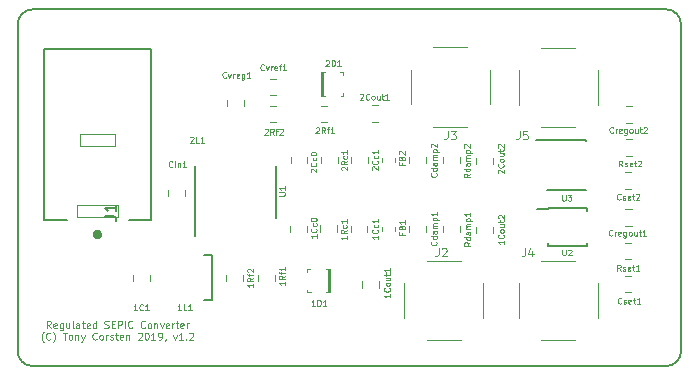
<source format=gbr>
G04 #@! TF.GenerationSoftware,KiCad,Pcbnew,(5.0.2)-1*
G04 #@! TF.CreationDate,2019-08-18T13:50:33-04:00*
G04 #@! TF.ProjectId,Dual-Rail-Op-Amp,4475616c-2d52-4616-996c-2d4f702d416d,rev?*
G04 #@! TF.SameCoordinates,Original*
G04 #@! TF.FileFunction,Legend,Top*
G04 #@! TF.FilePolarity,Positive*
%FSLAX46Y46*%
G04 Gerber Fmt 4.6, Leading zero omitted, Abs format (unit mm)*
G04 Created by KiCad (PCBNEW (5.0.2)-1) date 8/18/2019 1:50:33 PM*
%MOMM*%
%LPD*%
G01*
G04 APERTURE LIST*
%ADD10C,0.150000*%
%ADD11C,0.100000*%
%ADD12C,0.120000*%
%ADD13C,0.127000*%
G04 #@! TA.AperFunction,NonConductor*
%ADD14C,0.000100*%
G04 #@! TD*
%ADD15C,0.400000*%
%ADD16C,0.125000*%
G04 APERTURE END LIST*
D10*
X142989300Y-105346500D02*
X142989300Y-77724000D01*
X142989300Y-105346500D02*
G75*
G02X141693900Y-106641900I-1295400J0D01*
G01*
X141693900Y-76428600D02*
G75*
G02X142989300Y-77724000I0J-1295400D01*
G01*
X86804500Y-77724000D02*
G75*
G02X88099900Y-76428600I1295400J0D01*
G01*
X88099900Y-106641900D02*
G75*
G02X86804500Y-105346500I0J1295400D01*
G01*
X141693900Y-76428600D02*
X88099900Y-76428600D01*
X86804500Y-105346500D02*
X86804500Y-77724000D01*
X141693900Y-106641900D02*
X88099900Y-106641900D01*
D11*
X89621428Y-103403428D02*
X89421428Y-103117714D01*
X89278571Y-103403428D02*
X89278571Y-102803428D01*
X89507142Y-102803428D01*
X89564285Y-102832000D01*
X89592857Y-102860571D01*
X89621428Y-102917714D01*
X89621428Y-103003428D01*
X89592857Y-103060571D01*
X89564285Y-103089142D01*
X89507142Y-103117714D01*
X89278571Y-103117714D01*
X90107142Y-103374857D02*
X90050000Y-103403428D01*
X89935714Y-103403428D01*
X89878571Y-103374857D01*
X89850000Y-103317714D01*
X89850000Y-103089142D01*
X89878571Y-103032000D01*
X89935714Y-103003428D01*
X90050000Y-103003428D01*
X90107142Y-103032000D01*
X90135714Y-103089142D01*
X90135714Y-103146285D01*
X89850000Y-103203428D01*
X90650000Y-103003428D02*
X90650000Y-103489142D01*
X90621428Y-103546285D01*
X90592857Y-103574857D01*
X90535714Y-103603428D01*
X90450000Y-103603428D01*
X90392857Y-103574857D01*
X90650000Y-103374857D02*
X90592857Y-103403428D01*
X90478571Y-103403428D01*
X90421428Y-103374857D01*
X90392857Y-103346285D01*
X90364285Y-103289142D01*
X90364285Y-103117714D01*
X90392857Y-103060571D01*
X90421428Y-103032000D01*
X90478571Y-103003428D01*
X90592857Y-103003428D01*
X90650000Y-103032000D01*
X91192857Y-103003428D02*
X91192857Y-103403428D01*
X90935714Y-103003428D02*
X90935714Y-103317714D01*
X90964285Y-103374857D01*
X91021428Y-103403428D01*
X91107142Y-103403428D01*
X91164285Y-103374857D01*
X91192857Y-103346285D01*
X91564285Y-103403428D02*
X91507142Y-103374857D01*
X91478571Y-103317714D01*
X91478571Y-102803428D01*
X92050000Y-103403428D02*
X92050000Y-103089142D01*
X92021428Y-103032000D01*
X91964285Y-103003428D01*
X91850000Y-103003428D01*
X91792857Y-103032000D01*
X92050000Y-103374857D02*
X91992857Y-103403428D01*
X91850000Y-103403428D01*
X91792857Y-103374857D01*
X91764285Y-103317714D01*
X91764285Y-103260571D01*
X91792857Y-103203428D01*
X91850000Y-103174857D01*
X91992857Y-103174857D01*
X92050000Y-103146285D01*
X92250000Y-103003428D02*
X92478571Y-103003428D01*
X92335714Y-102803428D02*
X92335714Y-103317714D01*
X92364285Y-103374857D01*
X92421428Y-103403428D01*
X92478571Y-103403428D01*
X92907142Y-103374857D02*
X92850000Y-103403428D01*
X92735714Y-103403428D01*
X92678571Y-103374857D01*
X92650000Y-103317714D01*
X92650000Y-103089142D01*
X92678571Y-103032000D01*
X92735714Y-103003428D01*
X92850000Y-103003428D01*
X92907142Y-103032000D01*
X92935714Y-103089142D01*
X92935714Y-103146285D01*
X92650000Y-103203428D01*
X93450000Y-103403428D02*
X93450000Y-102803428D01*
X93450000Y-103374857D02*
X93392857Y-103403428D01*
X93278571Y-103403428D01*
X93221428Y-103374857D01*
X93192857Y-103346285D01*
X93164285Y-103289142D01*
X93164285Y-103117714D01*
X93192857Y-103060571D01*
X93221428Y-103032000D01*
X93278571Y-103003428D01*
X93392857Y-103003428D01*
X93450000Y-103032000D01*
X94164285Y-103374857D02*
X94250000Y-103403428D01*
X94392857Y-103403428D01*
X94450000Y-103374857D01*
X94478571Y-103346285D01*
X94507142Y-103289142D01*
X94507142Y-103232000D01*
X94478571Y-103174857D01*
X94450000Y-103146285D01*
X94392857Y-103117714D01*
X94278571Y-103089142D01*
X94221428Y-103060571D01*
X94192857Y-103032000D01*
X94164285Y-102974857D01*
X94164285Y-102917714D01*
X94192857Y-102860571D01*
X94221428Y-102832000D01*
X94278571Y-102803428D01*
X94421428Y-102803428D01*
X94507142Y-102832000D01*
X94764285Y-103089142D02*
X94964285Y-103089142D01*
X95050000Y-103403428D02*
X94764285Y-103403428D01*
X94764285Y-102803428D01*
X95050000Y-102803428D01*
X95307142Y-103403428D02*
X95307142Y-102803428D01*
X95535714Y-102803428D01*
X95592857Y-102832000D01*
X95621428Y-102860571D01*
X95650000Y-102917714D01*
X95650000Y-103003428D01*
X95621428Y-103060571D01*
X95592857Y-103089142D01*
X95535714Y-103117714D01*
X95307142Y-103117714D01*
X95907142Y-103403428D02*
X95907142Y-102803428D01*
X96535714Y-103346285D02*
X96507142Y-103374857D01*
X96421428Y-103403428D01*
X96364285Y-103403428D01*
X96278571Y-103374857D01*
X96221428Y-103317714D01*
X96192857Y-103260571D01*
X96164285Y-103146285D01*
X96164285Y-103060571D01*
X96192857Y-102946285D01*
X96221428Y-102889142D01*
X96278571Y-102832000D01*
X96364285Y-102803428D01*
X96421428Y-102803428D01*
X96507142Y-102832000D01*
X96535714Y-102860571D01*
X97592857Y-103346285D02*
X97564285Y-103374857D01*
X97478571Y-103403428D01*
X97421428Y-103403428D01*
X97335714Y-103374857D01*
X97278571Y-103317714D01*
X97250000Y-103260571D01*
X97221428Y-103146285D01*
X97221428Y-103060571D01*
X97250000Y-102946285D01*
X97278571Y-102889142D01*
X97335714Y-102832000D01*
X97421428Y-102803428D01*
X97478571Y-102803428D01*
X97564285Y-102832000D01*
X97592857Y-102860571D01*
X97935714Y-103403428D02*
X97878571Y-103374857D01*
X97850000Y-103346285D01*
X97821428Y-103289142D01*
X97821428Y-103117714D01*
X97850000Y-103060571D01*
X97878571Y-103032000D01*
X97935714Y-103003428D01*
X98021428Y-103003428D01*
X98078571Y-103032000D01*
X98107142Y-103060571D01*
X98135714Y-103117714D01*
X98135714Y-103289142D01*
X98107142Y-103346285D01*
X98078571Y-103374857D01*
X98021428Y-103403428D01*
X97935714Y-103403428D01*
X98392857Y-103003428D02*
X98392857Y-103403428D01*
X98392857Y-103060571D02*
X98421428Y-103032000D01*
X98478571Y-103003428D01*
X98564285Y-103003428D01*
X98621428Y-103032000D01*
X98650000Y-103089142D01*
X98650000Y-103403428D01*
X98878571Y-103003428D02*
X99021428Y-103403428D01*
X99164285Y-103003428D01*
X99621428Y-103374857D02*
X99564285Y-103403428D01*
X99450000Y-103403428D01*
X99392857Y-103374857D01*
X99364285Y-103317714D01*
X99364285Y-103089142D01*
X99392857Y-103032000D01*
X99450000Y-103003428D01*
X99564285Y-103003428D01*
X99621428Y-103032000D01*
X99650000Y-103089142D01*
X99650000Y-103146285D01*
X99364285Y-103203428D01*
X99907142Y-103403428D02*
X99907142Y-103003428D01*
X99907142Y-103117714D02*
X99935714Y-103060571D01*
X99964285Y-103032000D01*
X100021428Y-103003428D01*
X100078571Y-103003428D01*
X100192857Y-103003428D02*
X100421428Y-103003428D01*
X100278571Y-102803428D02*
X100278571Y-103317714D01*
X100307142Y-103374857D01*
X100364285Y-103403428D01*
X100421428Y-103403428D01*
X100850000Y-103374857D02*
X100792857Y-103403428D01*
X100678571Y-103403428D01*
X100621428Y-103374857D01*
X100592857Y-103317714D01*
X100592857Y-103089142D01*
X100621428Y-103032000D01*
X100678571Y-103003428D01*
X100792857Y-103003428D01*
X100850000Y-103032000D01*
X100878571Y-103089142D01*
X100878571Y-103146285D01*
X100592857Y-103203428D01*
X101135714Y-103403428D02*
X101135714Y-103003428D01*
X101135714Y-103117714D02*
X101164285Y-103060571D01*
X101192857Y-103032000D01*
X101250000Y-103003428D01*
X101307142Y-103003428D01*
X89021428Y-104632000D02*
X88992857Y-104603428D01*
X88935714Y-104517714D01*
X88907142Y-104460571D01*
X88878571Y-104374857D01*
X88850000Y-104232000D01*
X88850000Y-104117714D01*
X88878571Y-103974857D01*
X88907142Y-103889142D01*
X88935714Y-103832000D01*
X88992857Y-103746285D01*
X89021428Y-103717714D01*
X89592857Y-104346285D02*
X89564285Y-104374857D01*
X89478571Y-104403428D01*
X89421428Y-104403428D01*
X89335714Y-104374857D01*
X89278571Y-104317714D01*
X89250000Y-104260571D01*
X89221428Y-104146285D01*
X89221428Y-104060571D01*
X89250000Y-103946285D01*
X89278571Y-103889142D01*
X89335714Y-103832000D01*
X89421428Y-103803428D01*
X89478571Y-103803428D01*
X89564285Y-103832000D01*
X89592857Y-103860571D01*
X89792857Y-104632000D02*
X89821428Y-104603428D01*
X89878571Y-104517714D01*
X89907142Y-104460571D01*
X89935714Y-104374857D01*
X89964285Y-104232000D01*
X89964285Y-104117714D01*
X89935714Y-103974857D01*
X89907142Y-103889142D01*
X89878571Y-103832000D01*
X89821428Y-103746285D01*
X89792857Y-103717714D01*
X90621428Y-103803428D02*
X90964285Y-103803428D01*
X90792857Y-104403428D02*
X90792857Y-103803428D01*
X91250000Y-104403428D02*
X91192857Y-104374857D01*
X91164285Y-104346285D01*
X91135714Y-104289142D01*
X91135714Y-104117714D01*
X91164285Y-104060571D01*
X91192857Y-104032000D01*
X91250000Y-104003428D01*
X91335714Y-104003428D01*
X91392857Y-104032000D01*
X91421428Y-104060571D01*
X91450000Y-104117714D01*
X91450000Y-104289142D01*
X91421428Y-104346285D01*
X91392857Y-104374857D01*
X91335714Y-104403428D01*
X91250000Y-104403428D01*
X91707142Y-104003428D02*
X91707142Y-104403428D01*
X91707142Y-104060571D02*
X91735714Y-104032000D01*
X91792857Y-104003428D01*
X91878571Y-104003428D01*
X91935714Y-104032000D01*
X91964285Y-104089142D01*
X91964285Y-104403428D01*
X92192857Y-104003428D02*
X92335714Y-104403428D01*
X92478571Y-104003428D02*
X92335714Y-104403428D01*
X92278571Y-104546285D01*
X92250000Y-104574857D01*
X92192857Y-104603428D01*
X93507142Y-104346285D02*
X93478571Y-104374857D01*
X93392857Y-104403428D01*
X93335714Y-104403428D01*
X93250000Y-104374857D01*
X93192857Y-104317714D01*
X93164285Y-104260571D01*
X93135714Y-104146285D01*
X93135714Y-104060571D01*
X93164285Y-103946285D01*
X93192857Y-103889142D01*
X93250000Y-103832000D01*
X93335714Y-103803428D01*
X93392857Y-103803428D01*
X93478571Y-103832000D01*
X93507142Y-103860571D01*
X93850000Y-104403428D02*
X93792857Y-104374857D01*
X93764285Y-104346285D01*
X93735714Y-104289142D01*
X93735714Y-104117714D01*
X93764285Y-104060571D01*
X93792857Y-104032000D01*
X93850000Y-104003428D01*
X93935714Y-104003428D01*
X93992857Y-104032000D01*
X94021428Y-104060571D01*
X94050000Y-104117714D01*
X94050000Y-104289142D01*
X94021428Y-104346285D01*
X93992857Y-104374857D01*
X93935714Y-104403428D01*
X93850000Y-104403428D01*
X94307142Y-104403428D02*
X94307142Y-104003428D01*
X94307142Y-104117714D02*
X94335714Y-104060571D01*
X94364285Y-104032000D01*
X94421428Y-104003428D01*
X94478571Y-104003428D01*
X94650000Y-104374857D02*
X94707142Y-104403428D01*
X94821428Y-104403428D01*
X94878571Y-104374857D01*
X94907142Y-104317714D01*
X94907142Y-104289142D01*
X94878571Y-104232000D01*
X94821428Y-104203428D01*
X94735714Y-104203428D01*
X94678571Y-104174857D01*
X94650000Y-104117714D01*
X94650000Y-104089142D01*
X94678571Y-104032000D01*
X94735714Y-104003428D01*
X94821428Y-104003428D01*
X94878571Y-104032000D01*
X95078571Y-104003428D02*
X95307142Y-104003428D01*
X95164285Y-103803428D02*
X95164285Y-104317714D01*
X95192857Y-104374857D01*
X95250000Y-104403428D01*
X95307142Y-104403428D01*
X95735714Y-104374857D02*
X95678571Y-104403428D01*
X95564285Y-104403428D01*
X95507142Y-104374857D01*
X95478571Y-104317714D01*
X95478571Y-104089142D01*
X95507142Y-104032000D01*
X95564285Y-104003428D01*
X95678571Y-104003428D01*
X95735714Y-104032000D01*
X95764285Y-104089142D01*
X95764285Y-104146285D01*
X95478571Y-104203428D01*
X96021428Y-104003428D02*
X96021428Y-104403428D01*
X96021428Y-104060571D02*
X96050000Y-104032000D01*
X96107142Y-104003428D01*
X96192857Y-104003428D01*
X96250000Y-104032000D01*
X96278571Y-104089142D01*
X96278571Y-104403428D01*
X96992857Y-103860571D02*
X97021428Y-103832000D01*
X97078571Y-103803428D01*
X97221428Y-103803428D01*
X97278571Y-103832000D01*
X97307142Y-103860571D01*
X97335714Y-103917714D01*
X97335714Y-103974857D01*
X97307142Y-104060571D01*
X96964285Y-104403428D01*
X97335714Y-104403428D01*
X97707142Y-103803428D02*
X97764285Y-103803428D01*
X97821428Y-103832000D01*
X97850000Y-103860571D01*
X97878571Y-103917714D01*
X97907142Y-104032000D01*
X97907142Y-104174857D01*
X97878571Y-104289142D01*
X97850000Y-104346285D01*
X97821428Y-104374857D01*
X97764285Y-104403428D01*
X97707142Y-104403428D01*
X97650000Y-104374857D01*
X97621428Y-104346285D01*
X97592857Y-104289142D01*
X97564285Y-104174857D01*
X97564285Y-104032000D01*
X97592857Y-103917714D01*
X97621428Y-103860571D01*
X97650000Y-103832000D01*
X97707142Y-103803428D01*
X98478571Y-104403428D02*
X98135714Y-104403428D01*
X98307142Y-104403428D02*
X98307142Y-103803428D01*
X98250000Y-103889142D01*
X98192857Y-103946285D01*
X98135714Y-103974857D01*
X98764285Y-104403428D02*
X98878571Y-104403428D01*
X98935714Y-104374857D01*
X98964285Y-104346285D01*
X99021428Y-104260571D01*
X99049999Y-104146285D01*
X99049999Y-103917714D01*
X99021428Y-103860571D01*
X98992857Y-103832000D01*
X98935714Y-103803428D01*
X98821428Y-103803428D01*
X98764285Y-103832000D01*
X98735714Y-103860571D01*
X98707142Y-103917714D01*
X98707142Y-104060571D01*
X98735714Y-104117714D01*
X98764285Y-104146285D01*
X98821428Y-104174857D01*
X98935714Y-104174857D01*
X98992857Y-104146285D01*
X99021428Y-104117714D01*
X99049999Y-104060571D01*
X99335714Y-104374857D02*
X99335714Y-104403428D01*
X99307142Y-104460571D01*
X99278571Y-104489142D01*
X99992857Y-104003428D02*
X100135714Y-104403428D01*
X100278571Y-104003428D01*
X100821428Y-104403428D02*
X100478571Y-104403428D01*
X100649999Y-104403428D02*
X100649999Y-103803428D01*
X100592857Y-103889142D01*
X100535714Y-103946285D01*
X100478571Y-103974857D01*
X101078571Y-104346285D02*
X101107142Y-104374857D01*
X101078571Y-104403428D01*
X101049999Y-104374857D01*
X101078571Y-104346285D01*
X101078571Y-104403428D01*
X101335714Y-103860571D02*
X101364285Y-103832000D01*
X101421428Y-103803428D01*
X101564285Y-103803428D01*
X101621428Y-103832000D01*
X101649999Y-103860571D01*
X101678571Y-103917714D01*
X101678571Y-103974857D01*
X101649999Y-104060571D01*
X101307142Y-104403428D01*
X101678571Y-104403428D01*
D12*
G04 #@! TO.C,J5*
X131138000Y-79703000D02*
X134038000Y-79703000D01*
X131138000Y-86413000D02*
X134038000Y-86413000D01*
X135943000Y-81608000D02*
X135943000Y-84508000D01*
X129233000Y-81608000D02*
X129233000Y-84508000D01*
G04 #@! TO.C,J4*
X131138000Y-97737000D02*
X134038000Y-97737000D01*
X131138000Y-104447000D02*
X134038000Y-104447000D01*
X135943000Y-99642000D02*
X135943000Y-102542000D01*
X129233000Y-99642000D02*
X129233000Y-102542000D01*
G04 #@! TO.C,J2*
X121435200Y-97737000D02*
X124335200Y-97737000D01*
X121435200Y-104447000D02*
X124335200Y-104447000D01*
X126240200Y-99642000D02*
X126240200Y-102542000D01*
X119530200Y-99642000D02*
X119530200Y-102542000D01*
G04 #@! TO.C,J3*
X121994000Y-79652200D02*
X124894000Y-79652200D01*
X121994000Y-86362200D02*
X124894000Y-86362200D01*
X126799000Y-81557200D02*
X126799000Y-84457200D01*
X120089000Y-81557200D02*
X120089000Y-84457200D01*
G04 #@! TO.C,1Cout1*
X115977600Y-99468148D02*
X115977600Y-99990652D01*
X117397600Y-99468148D02*
X117397600Y-99990652D01*
D11*
G04 #@! TO.C,1D1*
X113059200Y-100390600D02*
X113059200Y-98440600D01*
X113159200Y-100390600D02*
X113159200Y-98440600D01*
X111327600Y-100390600D02*
X111327600Y-100165600D01*
X111627600Y-100390600D02*
X111327600Y-100390600D01*
X111327600Y-98440600D02*
X111577600Y-98440600D01*
X111327600Y-98690600D02*
X111327600Y-98440600D01*
X113259200Y-100390600D02*
X113259200Y-98440600D01*
X112909200Y-100390600D02*
X113259200Y-100390600D01*
X112909200Y-98440600D02*
X113259200Y-98440600D01*
G04 #@! TO.C,2D1*
X112670600Y-81778200D02*
X112670600Y-83728200D01*
X112570600Y-81778200D02*
X112570600Y-83728200D01*
X114402200Y-81778200D02*
X114402200Y-82003200D01*
X114102200Y-81778200D02*
X114402200Y-81778200D01*
X114402200Y-83728200D02*
X114152200Y-83728200D01*
X114402200Y-83478200D02*
X114402200Y-83728200D01*
X112470600Y-81778200D02*
X112470600Y-83728200D01*
X112820600Y-81778200D02*
X112470600Y-81778200D01*
X112820600Y-83728200D02*
X112470600Y-83728200D01*
D10*
G04 #@! TO.C,1L1*
X103239300Y-101069200D02*
X102561700Y-101069200D01*
X103239300Y-97269200D02*
X103239300Y-101069200D01*
X102561700Y-97269200D02*
X103239300Y-97269200D01*
D12*
G04 #@! TO.C,1C1*
X96559300Y-98883948D02*
X96559300Y-99406452D01*
X97979300Y-98883948D02*
X97979300Y-99406452D01*
G04 #@! TO.C,1Cc0*
X109894300Y-94734748D02*
X109894300Y-95257252D01*
X111314300Y-94734748D02*
X111314300Y-95257252D01*
G04 #@! TO.C,1Cc1*
X116432400Y-95278952D02*
X116432400Y-94756448D01*
X115012400Y-95278952D02*
X115012400Y-94756448D01*
G04 #@! TO.C,1Rc1*
X113854300Y-95248252D02*
X113854300Y-94725748D01*
X112434300Y-95248252D02*
X112434300Y-94725748D01*
G04 #@! TO.C,1Rf1*
X108571100Y-99422852D02*
X108571100Y-98900348D01*
X107151100Y-99422852D02*
X107151100Y-98900348D01*
G04 #@! TO.C,1Rf2*
X105878700Y-99422852D02*
X105878700Y-98900348D01*
X104458700Y-99422852D02*
X104458700Y-98900348D01*
G04 #@! TO.C,2Cc0*
X111339700Y-89475052D02*
X111339700Y-88952548D01*
X109919700Y-89475052D02*
X109919700Y-88952548D01*
G04 #@! TO.C,2Cc1*
X115025100Y-88934548D02*
X115025100Y-89457052D01*
X116445100Y-88934548D02*
X116445100Y-89457052D01*
G04 #@! TO.C,2Cout1*
X116823748Y-85952400D02*
X117346252Y-85952400D01*
X116823748Y-84532400D02*
X117346252Y-84532400D01*
G04 #@! TO.C,2Rc1*
X112485100Y-88952548D02*
X112485100Y-89475052D01*
X113905100Y-88952548D02*
X113905100Y-89475052D01*
G04 #@! TO.C,2Rf1*
X113024552Y-84583200D02*
X112502048Y-84583200D01*
X113024552Y-86003200D02*
X112502048Y-86003200D01*
G04 #@! TO.C,2Rf2*
X108193048Y-86003200D02*
X108715552Y-86003200D01*
X108193048Y-84583200D02*
X108715552Y-84583200D01*
G04 #@! TO.C,Cin1*
X99531100Y-91712148D02*
X99531100Y-92234652D01*
X100951100Y-91712148D02*
X100951100Y-92234652D01*
G04 #@! TO.C,Cregout1*
X138789152Y-94740800D02*
X138266648Y-94740800D01*
X138789152Y-93320800D02*
X138266648Y-93320800D01*
G04 #@! TO.C,Cregout2*
X138827252Y-84634000D02*
X138304748Y-84634000D01*
X138827252Y-86054000D02*
X138304748Y-86054000D01*
G04 #@! TO.C,Cset1*
X138210548Y-98985000D02*
X138733052Y-98985000D01*
X138210548Y-100405000D02*
X138733052Y-100405000D01*
G04 #@! TO.C,Cset2*
X138260298Y-91642000D02*
X138782802Y-91642000D01*
X138260298Y-90222000D02*
X138782802Y-90222000D01*
G04 #@! TO.C,Cvref1*
X108193048Y-83717200D02*
X108715552Y-83717200D01*
X108193048Y-82297200D02*
X108715552Y-82297200D01*
G04 #@! TO.C,Cvreg1*
X104560300Y-84133948D02*
X104560300Y-84656452D01*
X105980300Y-84133948D02*
X105980300Y-84656452D01*
G04 #@! TO.C,Rset1*
X138253948Y-97611000D02*
X138776452Y-97611000D01*
X138253948Y-96191000D02*
X138776452Y-96191000D01*
G04 #@! TO.C,Rset2*
X138295748Y-88848000D02*
X138818252Y-88848000D01*
X138295748Y-87428000D02*
X138818252Y-87428000D01*
D10*
G04 #@! TO.C,U1*
X101820300Y-95647200D02*
X101820300Y-89672200D01*
X108720300Y-94122200D02*
X108720300Y-89672200D01*
G04 #@! TO.C,U2*
X131750400Y-93368600D02*
X130825400Y-93368600D01*
X131750400Y-96468600D02*
X135000400Y-96468600D01*
X131750400Y-93218600D02*
X135000400Y-93218600D01*
X131750400Y-96468600D02*
X131750400Y-96221100D01*
X135000400Y-96468600D02*
X135000400Y-96221100D01*
X135000400Y-93218600D02*
X135000400Y-93466100D01*
X131750400Y-93218600D02*
X131750400Y-93368600D01*
G04 #@! TO.C,U3*
X131661500Y-87511600D02*
X130736500Y-87511600D01*
X131661500Y-91761600D02*
X134911500Y-91761600D01*
X131661500Y-87511600D02*
X134911500Y-87511600D01*
X131661500Y-91761600D02*
X131661500Y-91696600D01*
X134911500Y-91761600D02*
X134911500Y-91696600D01*
X134911500Y-87511600D02*
X134911500Y-87576600D01*
D12*
G04 #@! TO.C,1Cout2*
X125629600Y-94827348D02*
X125629600Y-95349852D01*
X127049600Y-94827348D02*
X127049600Y-95349852D01*
G04 #@! TO.C,2Cout2*
X127049600Y-88985348D02*
X127049600Y-89507852D01*
X125629600Y-88985348D02*
X125629600Y-89507852D01*
G04 #@! TO.C,Cdamp1*
X121410800Y-94794548D02*
X121410800Y-95317052D01*
X119990800Y-94794548D02*
X119990800Y-95317052D01*
G04 #@! TO.C,Cdamp2*
X119990800Y-88952548D02*
X119990800Y-89475052D01*
X121410800Y-88952548D02*
X121410800Y-89475052D01*
G04 #@! TO.C,FB1*
X118721600Y-94836133D02*
X118721600Y-95178667D01*
X117701600Y-94836133D02*
X117701600Y-95178667D01*
G04 #@! TO.C,FB2*
X118721600Y-89336667D02*
X118721600Y-88994133D01*
X117701600Y-89336667D02*
X117701600Y-88994133D01*
D13*
G04 #@! TO.C,J1*
X98073600Y-94297400D02*
X96223600Y-94297400D01*
X91023600Y-94297400D02*
X89073600Y-94297400D01*
D14*
X91823600Y-92997400D02*
X95323600Y-92997400D01*
X95073600Y-87997400D02*
X92073600Y-87997400D01*
X95323600Y-93997400D02*
X91823600Y-93997400D01*
X91823600Y-93997400D02*
X91823600Y-92997400D01*
D13*
X89073600Y-94297400D02*
X89073600Y-79797400D01*
X89073600Y-79797400D02*
X98073600Y-79797400D01*
X98073600Y-79797400D02*
X98073600Y-94297400D01*
D14*
X92073600Y-87997400D02*
X92073600Y-86997400D01*
D15*
X93773600Y-95497400D02*
G75*
G03X93773600Y-95497400I-200000J0D01*
G01*
D14*
X92073600Y-86997400D02*
X95073600Y-86997400D01*
X95073600Y-86997400D02*
X95073600Y-87997400D01*
X95323600Y-92997400D02*
X95323600Y-93997400D01*
D12*
G04 #@! TO.C,Rdamp1*
X124255600Y-94794548D02*
X124255600Y-95317052D01*
X122835600Y-94794548D02*
X122835600Y-95317052D01*
G04 #@! TO.C,Rdamp2*
X124255600Y-89475052D02*
X124255600Y-88952548D01*
X122835600Y-89475052D02*
X122835600Y-88952548D01*
G04 #@! TD*
G04 #@! TO.C,J5*
D11*
X129306666Y-86738666D02*
X129306666Y-87238666D01*
X129273333Y-87338666D01*
X129206666Y-87405333D01*
X129106666Y-87438666D01*
X129040000Y-87438666D01*
X129973333Y-86738666D02*
X129640000Y-86738666D01*
X129606666Y-87072000D01*
X129640000Y-87038666D01*
X129706666Y-87005333D01*
X129873333Y-87005333D01*
X129940000Y-87038666D01*
X129973333Y-87072000D01*
X130006666Y-87138666D01*
X130006666Y-87305333D01*
X129973333Y-87372000D01*
X129940000Y-87405333D01*
X129873333Y-87438666D01*
X129706666Y-87438666D01*
X129640000Y-87405333D01*
X129606666Y-87372000D01*
G04 #@! TO.C,J4*
X129763866Y-96644666D02*
X129763866Y-97144666D01*
X129730533Y-97244666D01*
X129663866Y-97311333D01*
X129563866Y-97344666D01*
X129497200Y-97344666D01*
X130397200Y-96878000D02*
X130397200Y-97344666D01*
X130230533Y-96611333D02*
X130063866Y-97111333D01*
X130497200Y-97111333D01*
G04 #@! TO.C,J2*
X122448666Y-96644666D02*
X122448666Y-97144666D01*
X122415333Y-97244666D01*
X122348666Y-97311333D01*
X122248666Y-97344666D01*
X122182000Y-97344666D01*
X122748666Y-96711333D02*
X122782000Y-96678000D01*
X122848666Y-96644666D01*
X123015333Y-96644666D01*
X123082000Y-96678000D01*
X123115333Y-96711333D01*
X123148666Y-96778000D01*
X123148666Y-96844666D01*
X123115333Y-96944666D01*
X122715333Y-97344666D01*
X123148666Y-97344666D01*
G04 #@! TO.C,J3*
X123210666Y-86738666D02*
X123210666Y-87238666D01*
X123177333Y-87338666D01*
X123110666Y-87405333D01*
X123010666Y-87438666D01*
X122944000Y-87438666D01*
X123477333Y-86738666D02*
X123910666Y-86738666D01*
X123677333Y-87005333D01*
X123777333Y-87005333D01*
X123844000Y-87038666D01*
X123877333Y-87072000D01*
X123910666Y-87138666D01*
X123910666Y-87305333D01*
X123877333Y-87372000D01*
X123844000Y-87405333D01*
X123777333Y-87438666D01*
X123577333Y-87438666D01*
X123510666Y-87405333D01*
X123477333Y-87372000D01*
G04 #@! TO.C,1Cout1*
X118336190Y-100526476D02*
X118336190Y-100812190D01*
X118336190Y-100669333D02*
X117836190Y-100669333D01*
X117907619Y-100716952D01*
X117955238Y-100764571D01*
X117979047Y-100812190D01*
X118288571Y-100026476D02*
X118312380Y-100050285D01*
X118336190Y-100121714D01*
X118336190Y-100169333D01*
X118312380Y-100240761D01*
X118264761Y-100288380D01*
X118217142Y-100312190D01*
X118121904Y-100336000D01*
X118050476Y-100336000D01*
X117955238Y-100312190D01*
X117907619Y-100288380D01*
X117860000Y-100240761D01*
X117836190Y-100169333D01*
X117836190Y-100121714D01*
X117860000Y-100050285D01*
X117883809Y-100026476D01*
X118336190Y-99740761D02*
X118312380Y-99788380D01*
X118288571Y-99812190D01*
X118240952Y-99836000D01*
X118098095Y-99836000D01*
X118050476Y-99812190D01*
X118026666Y-99788380D01*
X118002857Y-99740761D01*
X118002857Y-99669333D01*
X118026666Y-99621714D01*
X118050476Y-99597904D01*
X118098095Y-99574095D01*
X118240952Y-99574095D01*
X118288571Y-99597904D01*
X118312380Y-99621714D01*
X118336190Y-99669333D01*
X118336190Y-99740761D01*
X118002857Y-99145523D02*
X118336190Y-99145523D01*
X118002857Y-99359809D02*
X118264761Y-99359809D01*
X118312380Y-99336000D01*
X118336190Y-99288380D01*
X118336190Y-99216952D01*
X118312380Y-99169333D01*
X118288571Y-99145523D01*
X118002857Y-98978857D02*
X118002857Y-98788380D01*
X117836190Y-98907428D02*
X118264761Y-98907428D01*
X118312380Y-98883619D01*
X118336190Y-98836000D01*
X118336190Y-98788380D01*
X118336190Y-98359809D02*
X118336190Y-98645523D01*
X118336190Y-98502666D02*
X117836190Y-98502666D01*
X117907619Y-98550285D01*
X117955238Y-98597904D01*
X117979047Y-98645523D01*
G04 #@! TO.C,1D1*
X111983561Y-101531790D02*
X111697847Y-101531790D01*
X111840704Y-101531790D02*
X111840704Y-101031790D01*
X111793085Y-101103219D01*
X111745466Y-101150838D01*
X111697847Y-101174647D01*
X112197847Y-101531790D02*
X112197847Y-101031790D01*
X112316895Y-101031790D01*
X112388323Y-101055600D01*
X112435942Y-101103219D01*
X112459752Y-101150838D01*
X112483561Y-101246076D01*
X112483561Y-101317504D01*
X112459752Y-101412742D01*
X112435942Y-101460361D01*
X112388323Y-101507980D01*
X112316895Y-101531790D01*
X112197847Y-101531790D01*
X112959752Y-101531790D02*
X112674038Y-101531790D01*
X112816895Y-101531790D02*
X112816895Y-101031790D01*
X112769276Y-101103219D01*
X112721657Y-101150838D01*
X112674038Y-101174647D01*
G04 #@! TO.C,2D1*
X112894347Y-80774409D02*
X112918157Y-80750600D01*
X112965776Y-80726790D01*
X113084823Y-80726790D01*
X113132442Y-80750600D01*
X113156252Y-80774409D01*
X113180061Y-80822028D01*
X113180061Y-80869647D01*
X113156252Y-80941076D01*
X112870538Y-81226790D01*
X113180061Y-81226790D01*
X113394347Y-81226790D02*
X113394347Y-80726790D01*
X113513395Y-80726790D01*
X113584823Y-80750600D01*
X113632442Y-80798219D01*
X113656252Y-80845838D01*
X113680061Y-80941076D01*
X113680061Y-81012504D01*
X113656252Y-81107742D01*
X113632442Y-81155361D01*
X113584823Y-81202980D01*
X113513395Y-81226790D01*
X113394347Y-81226790D01*
X114156252Y-81226790D02*
X113870538Y-81226790D01*
X114013395Y-81226790D02*
X114013395Y-80726790D01*
X113965776Y-80798219D01*
X113918157Y-80845838D01*
X113870538Y-80869647D01*
G04 #@! TO.C,1L1*
X100654680Y-101902390D02*
X100368966Y-101902390D01*
X100511823Y-101902390D02*
X100511823Y-101402390D01*
X100464204Y-101473819D01*
X100416585Y-101521438D01*
X100368966Y-101545247D01*
X101107061Y-101902390D02*
X100868966Y-101902390D01*
X100868966Y-101402390D01*
X101535633Y-101902390D02*
X101249919Y-101902390D01*
X101392776Y-101902390D02*
X101392776Y-101402390D01*
X101345157Y-101473819D01*
X101297538Y-101521438D01*
X101249919Y-101545247D01*
G04 #@! TO.C,2L1*
X101435766Y-87264109D02*
X101459576Y-87240300D01*
X101507195Y-87216490D01*
X101626242Y-87216490D01*
X101673861Y-87240300D01*
X101697671Y-87264109D01*
X101721480Y-87311728D01*
X101721480Y-87359347D01*
X101697671Y-87430776D01*
X101411957Y-87716490D01*
X101721480Y-87716490D01*
X102173861Y-87716490D02*
X101935766Y-87716490D01*
X101935766Y-87216490D01*
X102602433Y-87716490D02*
X102316719Y-87716490D01*
X102459576Y-87716490D02*
X102459576Y-87216490D01*
X102411957Y-87287919D01*
X102364338Y-87335538D01*
X102316719Y-87359347D01*
G04 #@! TO.C,1C1*
X96924061Y-101902390D02*
X96638347Y-101902390D01*
X96781204Y-101902390D02*
X96781204Y-101402390D01*
X96733585Y-101473819D01*
X96685966Y-101521438D01*
X96638347Y-101545247D01*
X97424061Y-101854771D02*
X97400252Y-101878580D01*
X97328823Y-101902390D01*
X97281204Y-101902390D01*
X97209776Y-101878580D01*
X97162157Y-101830961D01*
X97138347Y-101783342D01*
X97114538Y-101688104D01*
X97114538Y-101616676D01*
X97138347Y-101521438D01*
X97162157Y-101473819D01*
X97209776Y-101426200D01*
X97281204Y-101402390D01*
X97328823Y-101402390D01*
X97400252Y-101426200D01*
X97424061Y-101450009D01*
X97900252Y-101902390D02*
X97614538Y-101902390D01*
X97757395Y-101902390D02*
X97757395Y-101402390D01*
X97709776Y-101473819D01*
X97662157Y-101521438D01*
X97614538Y-101545247D01*
G04 #@! TO.C,1Cc0*
X112125890Y-95492023D02*
X112125890Y-95777738D01*
X112125890Y-95634880D02*
X111625890Y-95634880D01*
X111697319Y-95682500D01*
X111744938Y-95730119D01*
X111768747Y-95777738D01*
X112078271Y-94992023D02*
X112102080Y-95015833D01*
X112125890Y-95087261D01*
X112125890Y-95134880D01*
X112102080Y-95206309D01*
X112054461Y-95253928D01*
X112006842Y-95277738D01*
X111911604Y-95301547D01*
X111840176Y-95301547D01*
X111744938Y-95277738D01*
X111697319Y-95253928D01*
X111649700Y-95206309D01*
X111625890Y-95134880D01*
X111625890Y-95087261D01*
X111649700Y-95015833D01*
X111673509Y-94992023D01*
X112102080Y-94563452D02*
X112125890Y-94611071D01*
X112125890Y-94706309D01*
X112102080Y-94753928D01*
X112078271Y-94777738D01*
X112030652Y-94801547D01*
X111887795Y-94801547D01*
X111840176Y-94777738D01*
X111816366Y-94753928D01*
X111792557Y-94706309D01*
X111792557Y-94611071D01*
X111816366Y-94563452D01*
X111625890Y-94253928D02*
X111625890Y-94206309D01*
X111649700Y-94158690D01*
X111673509Y-94134880D01*
X111721128Y-94111071D01*
X111816366Y-94087261D01*
X111935414Y-94087261D01*
X112030652Y-94111071D01*
X112078271Y-94134880D01*
X112102080Y-94158690D01*
X112125890Y-94206309D01*
X112125890Y-94253928D01*
X112102080Y-94301547D01*
X112078271Y-94325357D01*
X112030652Y-94349166D01*
X111935414Y-94372976D01*
X111816366Y-94372976D01*
X111721128Y-94349166D01*
X111673509Y-94325357D01*
X111649700Y-94301547D01*
X111625890Y-94253928D01*
G04 #@! TO.C,1Cc1*
X117320190Y-95589923D02*
X117320190Y-95875638D01*
X117320190Y-95732780D02*
X116820190Y-95732780D01*
X116891619Y-95780400D01*
X116939238Y-95828019D01*
X116963047Y-95875638D01*
X117272571Y-95089923D02*
X117296380Y-95113733D01*
X117320190Y-95185161D01*
X117320190Y-95232780D01*
X117296380Y-95304209D01*
X117248761Y-95351828D01*
X117201142Y-95375638D01*
X117105904Y-95399447D01*
X117034476Y-95399447D01*
X116939238Y-95375638D01*
X116891619Y-95351828D01*
X116844000Y-95304209D01*
X116820190Y-95232780D01*
X116820190Y-95185161D01*
X116844000Y-95113733D01*
X116867809Y-95089923D01*
X117296380Y-94661352D02*
X117320190Y-94708971D01*
X117320190Y-94804209D01*
X117296380Y-94851828D01*
X117272571Y-94875638D01*
X117224952Y-94899447D01*
X117082095Y-94899447D01*
X117034476Y-94875638D01*
X117010666Y-94851828D01*
X116986857Y-94804209D01*
X116986857Y-94708971D01*
X117010666Y-94661352D01*
X117320190Y-94185161D02*
X117320190Y-94470876D01*
X117320190Y-94328019D02*
X116820190Y-94328019D01*
X116891619Y-94375638D01*
X116939238Y-94423257D01*
X116963047Y-94470876D01*
G04 #@! TO.C,1Rc1*
X114665890Y-95619023D02*
X114665890Y-95904738D01*
X114665890Y-95761880D02*
X114165890Y-95761880D01*
X114237319Y-95809500D01*
X114284938Y-95857119D01*
X114308747Y-95904738D01*
X114665890Y-95119023D02*
X114427795Y-95285690D01*
X114665890Y-95404738D02*
X114165890Y-95404738D01*
X114165890Y-95214261D01*
X114189700Y-95166642D01*
X114213509Y-95142833D01*
X114261128Y-95119023D01*
X114332557Y-95119023D01*
X114380176Y-95142833D01*
X114403985Y-95166642D01*
X114427795Y-95214261D01*
X114427795Y-95404738D01*
X114642080Y-94690452D02*
X114665890Y-94738071D01*
X114665890Y-94833309D01*
X114642080Y-94880928D01*
X114618271Y-94904738D01*
X114570652Y-94928547D01*
X114427795Y-94928547D01*
X114380176Y-94904738D01*
X114356366Y-94880928D01*
X114332557Y-94833309D01*
X114332557Y-94738071D01*
X114356366Y-94690452D01*
X114665890Y-94214261D02*
X114665890Y-94499976D01*
X114665890Y-94357119D02*
X114165890Y-94357119D01*
X114237319Y-94404738D01*
X114284938Y-94452357D01*
X114308747Y-94499976D01*
G04 #@! TO.C,1Rf1*
X109458890Y-99497295D02*
X109458890Y-99783009D01*
X109458890Y-99640152D02*
X108958890Y-99640152D01*
X109030319Y-99687771D01*
X109077938Y-99735390D01*
X109101747Y-99783009D01*
X109458890Y-98997295D02*
X109220795Y-99163961D01*
X109458890Y-99283009D02*
X108958890Y-99283009D01*
X108958890Y-99092533D01*
X108982700Y-99044914D01*
X109006509Y-99021104D01*
X109054128Y-98997295D01*
X109125557Y-98997295D01*
X109173176Y-99021104D01*
X109196985Y-99044914D01*
X109220795Y-99092533D01*
X109220795Y-99283009D01*
X109125557Y-98854438D02*
X109125557Y-98663961D01*
X109458890Y-98783009D02*
X109030319Y-98783009D01*
X108982700Y-98759200D01*
X108958890Y-98711580D01*
X108958890Y-98663961D01*
X109458890Y-98235390D02*
X109458890Y-98521104D01*
X109458890Y-98378247D02*
X108958890Y-98378247D01*
X109030319Y-98425866D01*
X109077938Y-98473485D01*
X109101747Y-98521104D01*
G04 #@! TO.C,1Rf2*
X106766490Y-99649695D02*
X106766490Y-99935409D01*
X106766490Y-99792552D02*
X106266490Y-99792552D01*
X106337919Y-99840171D01*
X106385538Y-99887790D01*
X106409347Y-99935409D01*
X106766490Y-99149695D02*
X106528395Y-99316361D01*
X106766490Y-99435409D02*
X106266490Y-99435409D01*
X106266490Y-99244933D01*
X106290300Y-99197314D01*
X106314109Y-99173504D01*
X106361728Y-99149695D01*
X106433157Y-99149695D01*
X106480776Y-99173504D01*
X106504585Y-99197314D01*
X106528395Y-99244933D01*
X106528395Y-99435409D01*
X106433157Y-99006838D02*
X106433157Y-98816361D01*
X106766490Y-98935409D02*
X106337919Y-98935409D01*
X106290300Y-98911600D01*
X106266490Y-98863980D01*
X106266490Y-98816361D01*
X106314109Y-98673504D02*
X106290300Y-98649695D01*
X106266490Y-98602076D01*
X106266490Y-98483028D01*
X106290300Y-98435409D01*
X106314109Y-98411600D01*
X106361728Y-98387790D01*
X106409347Y-98387790D01*
X106480776Y-98411600D01*
X106766490Y-98697314D01*
X106766490Y-98387790D01*
G04 #@! TO.C,2Cc0*
D16*
X111660809Y-90202438D02*
X111637000Y-90178628D01*
X111613190Y-90131009D01*
X111613190Y-90011961D01*
X111637000Y-89964342D01*
X111660809Y-89940533D01*
X111708428Y-89916723D01*
X111756047Y-89916723D01*
X111827476Y-89940533D01*
X112113190Y-90226247D01*
X112113190Y-89916723D01*
X112065571Y-89416723D02*
X112089380Y-89440533D01*
X112113190Y-89511961D01*
X112113190Y-89559580D01*
X112089380Y-89631009D01*
X112041761Y-89678628D01*
X111994142Y-89702438D01*
X111898904Y-89726247D01*
X111827476Y-89726247D01*
X111732238Y-89702438D01*
X111684619Y-89678628D01*
X111637000Y-89631009D01*
X111613190Y-89559580D01*
X111613190Y-89511961D01*
X111637000Y-89440533D01*
X111660809Y-89416723D01*
X112089380Y-88988152D02*
X112113190Y-89035771D01*
X112113190Y-89131009D01*
X112089380Y-89178628D01*
X112065571Y-89202438D01*
X112017952Y-89226247D01*
X111875095Y-89226247D01*
X111827476Y-89202438D01*
X111803666Y-89178628D01*
X111779857Y-89131009D01*
X111779857Y-89035771D01*
X111803666Y-88988152D01*
X111613190Y-88678628D02*
X111613190Y-88631009D01*
X111637000Y-88583390D01*
X111660809Y-88559580D01*
X111708428Y-88535771D01*
X111803666Y-88511961D01*
X111922714Y-88511961D01*
X112017952Y-88535771D01*
X112065571Y-88559580D01*
X112089380Y-88583390D01*
X112113190Y-88631009D01*
X112113190Y-88678628D01*
X112089380Y-88726247D01*
X112065571Y-88750057D01*
X112017952Y-88773866D01*
X111922714Y-88797676D01*
X111803666Y-88797676D01*
X111708428Y-88773866D01*
X111660809Y-88750057D01*
X111637000Y-88726247D01*
X111613190Y-88678628D01*
G04 #@! TO.C,2Cc1*
D11*
X116855109Y-90024638D02*
X116831300Y-90000828D01*
X116807490Y-89953209D01*
X116807490Y-89834161D01*
X116831300Y-89786542D01*
X116855109Y-89762733D01*
X116902728Y-89738923D01*
X116950347Y-89738923D01*
X117021776Y-89762733D01*
X117307490Y-90048447D01*
X117307490Y-89738923D01*
X117259871Y-89238923D02*
X117283680Y-89262733D01*
X117307490Y-89334161D01*
X117307490Y-89381780D01*
X117283680Y-89453209D01*
X117236061Y-89500828D01*
X117188442Y-89524638D01*
X117093204Y-89548447D01*
X117021776Y-89548447D01*
X116926538Y-89524638D01*
X116878919Y-89500828D01*
X116831300Y-89453209D01*
X116807490Y-89381780D01*
X116807490Y-89334161D01*
X116831300Y-89262733D01*
X116855109Y-89238923D01*
X117283680Y-88810352D02*
X117307490Y-88857971D01*
X117307490Y-88953209D01*
X117283680Y-89000828D01*
X117259871Y-89024638D01*
X117212252Y-89048447D01*
X117069395Y-89048447D01*
X117021776Y-89024638D01*
X116997966Y-89000828D01*
X116974157Y-88953209D01*
X116974157Y-88857971D01*
X116997966Y-88810352D01*
X117307490Y-88334161D02*
X117307490Y-88619876D01*
X117307490Y-88477019D02*
X116807490Y-88477019D01*
X116878919Y-88524638D01*
X116926538Y-88572257D01*
X116950347Y-88619876D01*
G04 #@! TO.C,2Cout1*
X115791609Y-83619209D02*
X115815419Y-83595400D01*
X115863038Y-83571590D01*
X115982085Y-83571590D01*
X116029704Y-83595400D01*
X116053514Y-83619209D01*
X116077323Y-83666828D01*
X116077323Y-83714447D01*
X116053514Y-83785876D01*
X115767800Y-84071590D01*
X116077323Y-84071590D01*
X116577323Y-84023971D02*
X116553514Y-84047780D01*
X116482085Y-84071590D01*
X116434466Y-84071590D01*
X116363038Y-84047780D01*
X116315419Y-84000161D01*
X116291609Y-83952542D01*
X116267800Y-83857304D01*
X116267800Y-83785876D01*
X116291609Y-83690638D01*
X116315419Y-83643019D01*
X116363038Y-83595400D01*
X116434466Y-83571590D01*
X116482085Y-83571590D01*
X116553514Y-83595400D01*
X116577323Y-83619209D01*
X116863038Y-84071590D02*
X116815419Y-84047780D01*
X116791609Y-84023971D01*
X116767800Y-83976352D01*
X116767800Y-83833495D01*
X116791609Y-83785876D01*
X116815419Y-83762066D01*
X116863038Y-83738257D01*
X116934466Y-83738257D01*
X116982085Y-83762066D01*
X117005895Y-83785876D01*
X117029704Y-83833495D01*
X117029704Y-83976352D01*
X117005895Y-84023971D01*
X116982085Y-84047780D01*
X116934466Y-84071590D01*
X116863038Y-84071590D01*
X117458276Y-83738257D02*
X117458276Y-84071590D01*
X117243990Y-83738257D02*
X117243990Y-84000161D01*
X117267800Y-84047780D01*
X117315419Y-84071590D01*
X117386847Y-84071590D01*
X117434466Y-84047780D01*
X117458276Y-84023971D01*
X117624942Y-83738257D02*
X117815419Y-83738257D01*
X117696371Y-83571590D02*
X117696371Y-84000161D01*
X117720180Y-84047780D01*
X117767800Y-84071590D01*
X117815419Y-84071590D01*
X118243990Y-84071590D02*
X117958276Y-84071590D01*
X118101133Y-84071590D02*
X118101133Y-83571590D01*
X118053514Y-83643019D01*
X118005895Y-83690638D01*
X117958276Y-83714447D01*
G04 #@! TO.C,2Rc1*
X114264309Y-90050038D02*
X114240500Y-90026228D01*
X114216690Y-89978609D01*
X114216690Y-89859561D01*
X114240500Y-89811942D01*
X114264309Y-89788133D01*
X114311928Y-89764323D01*
X114359547Y-89764323D01*
X114430976Y-89788133D01*
X114716690Y-90073847D01*
X114716690Y-89764323D01*
X114716690Y-89264323D02*
X114478595Y-89430990D01*
X114716690Y-89550038D02*
X114216690Y-89550038D01*
X114216690Y-89359561D01*
X114240500Y-89311942D01*
X114264309Y-89288133D01*
X114311928Y-89264323D01*
X114383357Y-89264323D01*
X114430976Y-89288133D01*
X114454785Y-89311942D01*
X114478595Y-89359561D01*
X114478595Y-89550038D01*
X114692880Y-88835752D02*
X114716690Y-88883371D01*
X114716690Y-88978609D01*
X114692880Y-89026228D01*
X114669071Y-89050038D01*
X114621452Y-89073847D01*
X114478595Y-89073847D01*
X114430976Y-89050038D01*
X114407166Y-89026228D01*
X114383357Y-88978609D01*
X114383357Y-88883371D01*
X114407166Y-88835752D01*
X114716690Y-88359561D02*
X114716690Y-88645276D01*
X114716690Y-88502419D02*
X114216690Y-88502419D01*
X114288119Y-88550038D01*
X114335738Y-88597657D01*
X114359547Y-88645276D01*
G04 #@! TO.C,2Rf1*
X112052990Y-86464009D02*
X112076800Y-86440200D01*
X112124419Y-86416390D01*
X112243466Y-86416390D01*
X112291085Y-86440200D01*
X112314895Y-86464009D01*
X112338704Y-86511628D01*
X112338704Y-86559247D01*
X112314895Y-86630676D01*
X112029180Y-86916390D01*
X112338704Y-86916390D01*
X112838704Y-86916390D02*
X112672038Y-86678295D01*
X112552990Y-86916390D02*
X112552990Y-86416390D01*
X112743466Y-86416390D01*
X112791085Y-86440200D01*
X112814895Y-86464009D01*
X112838704Y-86511628D01*
X112838704Y-86583057D01*
X112814895Y-86630676D01*
X112791085Y-86654485D01*
X112743466Y-86678295D01*
X112552990Y-86678295D01*
X112981561Y-86583057D02*
X113172038Y-86583057D01*
X113052990Y-86916390D02*
X113052990Y-86487819D01*
X113076800Y-86440200D01*
X113124419Y-86416390D01*
X113172038Y-86416390D01*
X113600609Y-86916390D02*
X113314895Y-86916390D01*
X113457752Y-86916390D02*
X113457752Y-86416390D01*
X113410133Y-86487819D01*
X113362514Y-86535438D01*
X113314895Y-86559247D01*
G04 #@! TO.C,2Rf2*
X107722290Y-86578309D02*
X107746100Y-86554500D01*
X107793719Y-86530690D01*
X107912766Y-86530690D01*
X107960385Y-86554500D01*
X107984195Y-86578309D01*
X108008004Y-86625928D01*
X108008004Y-86673547D01*
X107984195Y-86744976D01*
X107698480Y-87030690D01*
X108008004Y-87030690D01*
X108508004Y-87030690D02*
X108341338Y-86792595D01*
X108222290Y-87030690D02*
X108222290Y-86530690D01*
X108412766Y-86530690D01*
X108460385Y-86554500D01*
X108484195Y-86578309D01*
X108508004Y-86625928D01*
X108508004Y-86697357D01*
X108484195Y-86744976D01*
X108460385Y-86768785D01*
X108412766Y-86792595D01*
X108222290Y-86792595D01*
X108650861Y-86697357D02*
X108841338Y-86697357D01*
X108722290Y-87030690D02*
X108722290Y-86602119D01*
X108746100Y-86554500D01*
X108793719Y-86530690D01*
X108841338Y-86530690D01*
X108984195Y-86578309D02*
X109008004Y-86554500D01*
X109055623Y-86530690D01*
X109174671Y-86530690D01*
X109222290Y-86554500D01*
X109246100Y-86578309D01*
X109269909Y-86625928D01*
X109269909Y-86673547D01*
X109246100Y-86744976D01*
X108960385Y-87030690D01*
X109269909Y-87030690D01*
G04 #@! TO.C,Cin1*
X99914128Y-89738971D02*
X99890319Y-89762780D01*
X99818890Y-89786590D01*
X99771271Y-89786590D01*
X99699842Y-89762780D01*
X99652223Y-89715161D01*
X99628414Y-89667542D01*
X99604604Y-89572304D01*
X99604604Y-89500876D01*
X99628414Y-89405638D01*
X99652223Y-89358019D01*
X99699842Y-89310400D01*
X99771271Y-89286590D01*
X99818890Y-89286590D01*
X99890319Y-89310400D01*
X99914128Y-89334209D01*
X100128414Y-89786590D02*
X100128414Y-89453257D01*
X100128414Y-89286590D02*
X100104604Y-89310400D01*
X100128414Y-89334209D01*
X100152223Y-89310400D01*
X100128414Y-89286590D01*
X100128414Y-89334209D01*
X100366509Y-89453257D02*
X100366509Y-89786590D01*
X100366509Y-89500876D02*
X100390319Y-89477066D01*
X100437938Y-89453257D01*
X100509366Y-89453257D01*
X100556985Y-89477066D01*
X100580795Y-89524685D01*
X100580795Y-89786590D01*
X101080795Y-89786590D02*
X100795080Y-89786590D01*
X100937938Y-89786590D02*
X100937938Y-89286590D01*
X100890319Y-89358019D01*
X100842700Y-89405638D01*
X100795080Y-89429447D01*
G04 #@! TO.C,Cregout1*
X137156190Y-95555571D02*
X137132380Y-95579380D01*
X137060952Y-95603190D01*
X137013333Y-95603190D01*
X136941904Y-95579380D01*
X136894285Y-95531761D01*
X136870476Y-95484142D01*
X136846666Y-95388904D01*
X136846666Y-95317476D01*
X136870476Y-95222238D01*
X136894285Y-95174619D01*
X136941904Y-95127000D01*
X137013333Y-95103190D01*
X137060952Y-95103190D01*
X137132380Y-95127000D01*
X137156190Y-95150809D01*
X137370476Y-95603190D02*
X137370476Y-95269857D01*
X137370476Y-95365095D02*
X137394285Y-95317476D01*
X137418095Y-95293666D01*
X137465714Y-95269857D01*
X137513333Y-95269857D01*
X137870476Y-95579380D02*
X137822857Y-95603190D01*
X137727619Y-95603190D01*
X137680000Y-95579380D01*
X137656190Y-95531761D01*
X137656190Y-95341285D01*
X137680000Y-95293666D01*
X137727619Y-95269857D01*
X137822857Y-95269857D01*
X137870476Y-95293666D01*
X137894285Y-95341285D01*
X137894285Y-95388904D01*
X137656190Y-95436523D01*
X138322857Y-95269857D02*
X138322857Y-95674619D01*
X138299047Y-95722238D01*
X138275238Y-95746047D01*
X138227619Y-95769857D01*
X138156190Y-95769857D01*
X138108571Y-95746047D01*
X138322857Y-95579380D02*
X138275238Y-95603190D01*
X138180000Y-95603190D01*
X138132380Y-95579380D01*
X138108571Y-95555571D01*
X138084761Y-95507952D01*
X138084761Y-95365095D01*
X138108571Y-95317476D01*
X138132380Y-95293666D01*
X138180000Y-95269857D01*
X138275238Y-95269857D01*
X138322857Y-95293666D01*
X138632380Y-95603190D02*
X138584761Y-95579380D01*
X138560952Y-95555571D01*
X138537142Y-95507952D01*
X138537142Y-95365095D01*
X138560952Y-95317476D01*
X138584761Y-95293666D01*
X138632380Y-95269857D01*
X138703809Y-95269857D01*
X138751428Y-95293666D01*
X138775238Y-95317476D01*
X138799047Y-95365095D01*
X138799047Y-95507952D01*
X138775238Y-95555571D01*
X138751428Y-95579380D01*
X138703809Y-95603190D01*
X138632380Y-95603190D01*
X139227619Y-95269857D02*
X139227619Y-95603190D01*
X139013333Y-95269857D02*
X139013333Y-95531761D01*
X139037142Y-95579380D01*
X139084761Y-95603190D01*
X139156190Y-95603190D01*
X139203809Y-95579380D01*
X139227619Y-95555571D01*
X139394285Y-95269857D02*
X139584761Y-95269857D01*
X139465714Y-95103190D02*
X139465714Y-95531761D01*
X139489523Y-95579380D01*
X139537142Y-95603190D01*
X139584761Y-95603190D01*
X140013333Y-95603190D02*
X139727619Y-95603190D01*
X139870476Y-95603190D02*
X139870476Y-95103190D01*
X139822857Y-95174619D01*
X139775238Y-95222238D01*
X139727619Y-95246047D01*
G04 #@! TO.C,Cregout2*
X137232390Y-86843371D02*
X137208580Y-86867180D01*
X137137152Y-86890990D01*
X137089533Y-86890990D01*
X137018104Y-86867180D01*
X136970485Y-86819561D01*
X136946676Y-86771942D01*
X136922866Y-86676704D01*
X136922866Y-86605276D01*
X136946676Y-86510038D01*
X136970485Y-86462419D01*
X137018104Y-86414800D01*
X137089533Y-86390990D01*
X137137152Y-86390990D01*
X137208580Y-86414800D01*
X137232390Y-86438609D01*
X137446676Y-86890990D02*
X137446676Y-86557657D01*
X137446676Y-86652895D02*
X137470485Y-86605276D01*
X137494295Y-86581466D01*
X137541914Y-86557657D01*
X137589533Y-86557657D01*
X137946676Y-86867180D02*
X137899057Y-86890990D01*
X137803819Y-86890990D01*
X137756200Y-86867180D01*
X137732390Y-86819561D01*
X137732390Y-86629085D01*
X137756200Y-86581466D01*
X137803819Y-86557657D01*
X137899057Y-86557657D01*
X137946676Y-86581466D01*
X137970485Y-86629085D01*
X137970485Y-86676704D01*
X137732390Y-86724323D01*
X138399057Y-86557657D02*
X138399057Y-86962419D01*
X138375247Y-87010038D01*
X138351438Y-87033847D01*
X138303819Y-87057657D01*
X138232390Y-87057657D01*
X138184771Y-87033847D01*
X138399057Y-86867180D02*
X138351438Y-86890990D01*
X138256200Y-86890990D01*
X138208580Y-86867180D01*
X138184771Y-86843371D01*
X138160961Y-86795752D01*
X138160961Y-86652895D01*
X138184771Y-86605276D01*
X138208580Y-86581466D01*
X138256200Y-86557657D01*
X138351438Y-86557657D01*
X138399057Y-86581466D01*
X138708580Y-86890990D02*
X138660961Y-86867180D01*
X138637152Y-86843371D01*
X138613342Y-86795752D01*
X138613342Y-86652895D01*
X138637152Y-86605276D01*
X138660961Y-86581466D01*
X138708580Y-86557657D01*
X138780009Y-86557657D01*
X138827628Y-86581466D01*
X138851438Y-86605276D01*
X138875247Y-86652895D01*
X138875247Y-86795752D01*
X138851438Y-86843371D01*
X138827628Y-86867180D01*
X138780009Y-86890990D01*
X138708580Y-86890990D01*
X139303819Y-86557657D02*
X139303819Y-86890990D01*
X139089533Y-86557657D02*
X139089533Y-86819561D01*
X139113342Y-86867180D01*
X139160961Y-86890990D01*
X139232390Y-86890990D01*
X139280009Y-86867180D01*
X139303819Y-86843371D01*
X139470485Y-86557657D02*
X139660961Y-86557657D01*
X139541914Y-86390990D02*
X139541914Y-86819561D01*
X139565723Y-86867180D01*
X139613342Y-86890990D01*
X139660961Y-86890990D01*
X139803819Y-86438609D02*
X139827628Y-86414800D01*
X139875247Y-86390990D01*
X139994295Y-86390990D01*
X140041914Y-86414800D01*
X140065723Y-86438609D01*
X140089533Y-86486228D01*
X140089533Y-86533847D01*
X140065723Y-86605276D01*
X139780009Y-86890990D01*
X140089533Y-86890990D01*
G04 #@! TO.C,Cset1*
X137930542Y-101295971D02*
X137906733Y-101319780D01*
X137835304Y-101343590D01*
X137787685Y-101343590D01*
X137716257Y-101319780D01*
X137668638Y-101272161D01*
X137644828Y-101224542D01*
X137621019Y-101129304D01*
X137621019Y-101057876D01*
X137644828Y-100962638D01*
X137668638Y-100915019D01*
X137716257Y-100867400D01*
X137787685Y-100843590D01*
X137835304Y-100843590D01*
X137906733Y-100867400D01*
X137930542Y-100891209D01*
X138121019Y-101319780D02*
X138168638Y-101343590D01*
X138263876Y-101343590D01*
X138311495Y-101319780D01*
X138335304Y-101272161D01*
X138335304Y-101248352D01*
X138311495Y-101200733D01*
X138263876Y-101176923D01*
X138192447Y-101176923D01*
X138144828Y-101153114D01*
X138121019Y-101105495D01*
X138121019Y-101081685D01*
X138144828Y-101034066D01*
X138192447Y-101010257D01*
X138263876Y-101010257D01*
X138311495Y-101034066D01*
X138740066Y-101319780D02*
X138692447Y-101343590D01*
X138597209Y-101343590D01*
X138549590Y-101319780D01*
X138525780Y-101272161D01*
X138525780Y-101081685D01*
X138549590Y-101034066D01*
X138597209Y-101010257D01*
X138692447Y-101010257D01*
X138740066Y-101034066D01*
X138763876Y-101081685D01*
X138763876Y-101129304D01*
X138525780Y-101176923D01*
X138906733Y-101010257D02*
X139097209Y-101010257D01*
X138978161Y-100843590D02*
X138978161Y-101272161D01*
X139001971Y-101319780D01*
X139049590Y-101343590D01*
X139097209Y-101343590D01*
X139525780Y-101343590D02*
X139240066Y-101343590D01*
X139382923Y-101343590D02*
X139382923Y-100843590D01*
X139335304Y-100915019D01*
X139287685Y-100962638D01*
X139240066Y-100986447D01*
G04 #@! TO.C,Cset2*
X137862292Y-92507571D02*
X137838483Y-92531380D01*
X137767054Y-92555190D01*
X137719435Y-92555190D01*
X137648007Y-92531380D01*
X137600388Y-92483761D01*
X137576578Y-92436142D01*
X137552769Y-92340904D01*
X137552769Y-92269476D01*
X137576578Y-92174238D01*
X137600388Y-92126619D01*
X137648007Y-92079000D01*
X137719435Y-92055190D01*
X137767054Y-92055190D01*
X137838483Y-92079000D01*
X137862292Y-92102809D01*
X138052769Y-92531380D02*
X138100388Y-92555190D01*
X138195626Y-92555190D01*
X138243245Y-92531380D01*
X138267054Y-92483761D01*
X138267054Y-92459952D01*
X138243245Y-92412333D01*
X138195626Y-92388523D01*
X138124197Y-92388523D01*
X138076578Y-92364714D01*
X138052769Y-92317095D01*
X138052769Y-92293285D01*
X138076578Y-92245666D01*
X138124197Y-92221857D01*
X138195626Y-92221857D01*
X138243245Y-92245666D01*
X138671816Y-92531380D02*
X138624197Y-92555190D01*
X138528959Y-92555190D01*
X138481340Y-92531380D01*
X138457530Y-92483761D01*
X138457530Y-92293285D01*
X138481340Y-92245666D01*
X138528959Y-92221857D01*
X138624197Y-92221857D01*
X138671816Y-92245666D01*
X138695626Y-92293285D01*
X138695626Y-92340904D01*
X138457530Y-92388523D01*
X138838483Y-92221857D02*
X139028959Y-92221857D01*
X138909911Y-92055190D02*
X138909911Y-92483761D01*
X138933721Y-92531380D01*
X138981340Y-92555190D01*
X139028959Y-92555190D01*
X139171816Y-92102809D02*
X139195626Y-92079000D01*
X139243245Y-92055190D01*
X139362292Y-92055190D01*
X139409911Y-92079000D01*
X139433721Y-92102809D01*
X139457530Y-92150428D01*
X139457530Y-92198047D01*
X139433721Y-92269476D01*
X139148007Y-92555190D01*
X139457530Y-92555190D01*
G04 #@! TO.C,Cvref1*
X107668585Y-81535771D02*
X107644776Y-81559580D01*
X107573347Y-81583390D01*
X107525728Y-81583390D01*
X107454300Y-81559580D01*
X107406680Y-81511961D01*
X107382871Y-81464342D01*
X107359061Y-81369104D01*
X107359061Y-81297676D01*
X107382871Y-81202438D01*
X107406680Y-81154819D01*
X107454300Y-81107200D01*
X107525728Y-81083390D01*
X107573347Y-81083390D01*
X107644776Y-81107200D01*
X107668585Y-81131009D01*
X107835252Y-81250057D02*
X107954300Y-81583390D01*
X108073347Y-81250057D01*
X108263823Y-81583390D02*
X108263823Y-81250057D01*
X108263823Y-81345295D02*
X108287633Y-81297676D01*
X108311442Y-81273866D01*
X108359061Y-81250057D01*
X108406680Y-81250057D01*
X108763823Y-81559580D02*
X108716204Y-81583390D01*
X108620966Y-81583390D01*
X108573347Y-81559580D01*
X108549538Y-81511961D01*
X108549538Y-81321485D01*
X108573347Y-81273866D01*
X108620966Y-81250057D01*
X108716204Y-81250057D01*
X108763823Y-81273866D01*
X108787633Y-81321485D01*
X108787633Y-81369104D01*
X108549538Y-81416723D01*
X108930490Y-81250057D02*
X109120966Y-81250057D01*
X109001919Y-81583390D02*
X109001919Y-81154819D01*
X109025728Y-81107200D01*
X109073347Y-81083390D01*
X109120966Y-81083390D01*
X109549538Y-81583390D02*
X109263823Y-81583390D01*
X109406680Y-81583390D02*
X109406680Y-81083390D01*
X109359061Y-81154819D01*
X109311442Y-81202438D01*
X109263823Y-81226247D01*
G04 #@! TO.C,Cvreg1*
X104464752Y-82182471D02*
X104440942Y-82206280D01*
X104369514Y-82230090D01*
X104321895Y-82230090D01*
X104250466Y-82206280D01*
X104202847Y-82158661D01*
X104179038Y-82111042D01*
X104155228Y-82015804D01*
X104155228Y-81944376D01*
X104179038Y-81849138D01*
X104202847Y-81801519D01*
X104250466Y-81753900D01*
X104321895Y-81730090D01*
X104369514Y-81730090D01*
X104440942Y-81753900D01*
X104464752Y-81777709D01*
X104631419Y-81896757D02*
X104750466Y-82230090D01*
X104869514Y-81896757D01*
X105059990Y-82230090D02*
X105059990Y-81896757D01*
X105059990Y-81991995D02*
X105083800Y-81944376D01*
X105107609Y-81920566D01*
X105155228Y-81896757D01*
X105202847Y-81896757D01*
X105559990Y-82206280D02*
X105512371Y-82230090D01*
X105417133Y-82230090D01*
X105369514Y-82206280D01*
X105345704Y-82158661D01*
X105345704Y-81968185D01*
X105369514Y-81920566D01*
X105417133Y-81896757D01*
X105512371Y-81896757D01*
X105559990Y-81920566D01*
X105583800Y-81968185D01*
X105583800Y-82015804D01*
X105345704Y-82063423D01*
X106012371Y-81896757D02*
X106012371Y-82301519D01*
X105988561Y-82349138D01*
X105964752Y-82372947D01*
X105917133Y-82396757D01*
X105845704Y-82396757D01*
X105798085Y-82372947D01*
X106012371Y-82206280D02*
X105964752Y-82230090D01*
X105869514Y-82230090D01*
X105821895Y-82206280D01*
X105798085Y-82182471D01*
X105774276Y-82134852D01*
X105774276Y-81991995D01*
X105798085Y-81944376D01*
X105821895Y-81920566D01*
X105869514Y-81896757D01*
X105964752Y-81896757D01*
X106012371Y-81920566D01*
X106512371Y-82230090D02*
X106226657Y-82230090D01*
X106369514Y-82230090D02*
X106369514Y-81730090D01*
X106321895Y-81801519D01*
X106274276Y-81849138D01*
X106226657Y-81872947D01*
G04 #@! TO.C,Rset1*
X137863342Y-98549590D02*
X137696676Y-98311495D01*
X137577628Y-98549590D02*
X137577628Y-98049590D01*
X137768104Y-98049590D01*
X137815723Y-98073400D01*
X137839533Y-98097209D01*
X137863342Y-98144828D01*
X137863342Y-98216257D01*
X137839533Y-98263876D01*
X137815723Y-98287685D01*
X137768104Y-98311495D01*
X137577628Y-98311495D01*
X138053819Y-98525780D02*
X138101438Y-98549590D01*
X138196676Y-98549590D01*
X138244295Y-98525780D01*
X138268104Y-98478161D01*
X138268104Y-98454352D01*
X138244295Y-98406733D01*
X138196676Y-98382923D01*
X138125247Y-98382923D01*
X138077628Y-98359114D01*
X138053819Y-98311495D01*
X138053819Y-98287685D01*
X138077628Y-98240066D01*
X138125247Y-98216257D01*
X138196676Y-98216257D01*
X138244295Y-98240066D01*
X138672866Y-98525780D02*
X138625247Y-98549590D01*
X138530009Y-98549590D01*
X138482390Y-98525780D01*
X138458580Y-98478161D01*
X138458580Y-98287685D01*
X138482390Y-98240066D01*
X138530009Y-98216257D01*
X138625247Y-98216257D01*
X138672866Y-98240066D01*
X138696676Y-98287685D01*
X138696676Y-98335304D01*
X138458580Y-98382923D01*
X138839533Y-98216257D02*
X139030009Y-98216257D01*
X138910961Y-98049590D02*
X138910961Y-98478161D01*
X138934771Y-98525780D01*
X138982390Y-98549590D01*
X139030009Y-98549590D01*
X139458580Y-98549590D02*
X139172866Y-98549590D01*
X139315723Y-98549590D02*
X139315723Y-98049590D01*
X139268104Y-98121019D01*
X139220485Y-98168638D01*
X139172866Y-98192447D01*
G04 #@! TO.C,Rset2*
X138024742Y-89735790D02*
X137858076Y-89497695D01*
X137739028Y-89735790D02*
X137739028Y-89235790D01*
X137929504Y-89235790D01*
X137977123Y-89259600D01*
X138000933Y-89283409D01*
X138024742Y-89331028D01*
X138024742Y-89402457D01*
X138000933Y-89450076D01*
X137977123Y-89473885D01*
X137929504Y-89497695D01*
X137739028Y-89497695D01*
X138215219Y-89711980D02*
X138262838Y-89735790D01*
X138358076Y-89735790D01*
X138405695Y-89711980D01*
X138429504Y-89664361D01*
X138429504Y-89640552D01*
X138405695Y-89592933D01*
X138358076Y-89569123D01*
X138286647Y-89569123D01*
X138239028Y-89545314D01*
X138215219Y-89497695D01*
X138215219Y-89473885D01*
X138239028Y-89426266D01*
X138286647Y-89402457D01*
X138358076Y-89402457D01*
X138405695Y-89426266D01*
X138834266Y-89711980D02*
X138786647Y-89735790D01*
X138691409Y-89735790D01*
X138643790Y-89711980D01*
X138619980Y-89664361D01*
X138619980Y-89473885D01*
X138643790Y-89426266D01*
X138691409Y-89402457D01*
X138786647Y-89402457D01*
X138834266Y-89426266D01*
X138858076Y-89473885D01*
X138858076Y-89521504D01*
X138619980Y-89569123D01*
X139000933Y-89402457D02*
X139191409Y-89402457D01*
X139072361Y-89235790D02*
X139072361Y-89664361D01*
X139096171Y-89711980D01*
X139143790Y-89735790D01*
X139191409Y-89735790D01*
X139334266Y-89283409D02*
X139358076Y-89259600D01*
X139405695Y-89235790D01*
X139524742Y-89235790D01*
X139572361Y-89259600D01*
X139596171Y-89283409D01*
X139619980Y-89331028D01*
X139619980Y-89378647D01*
X139596171Y-89450076D01*
X139310457Y-89735790D01*
X139619980Y-89735790D01*
G04 #@! TO.C,U1*
X108946190Y-92201952D02*
X109350952Y-92201952D01*
X109398571Y-92178142D01*
X109422380Y-92154333D01*
X109446190Y-92106714D01*
X109446190Y-92011476D01*
X109422380Y-91963857D01*
X109398571Y-91940047D01*
X109350952Y-91916238D01*
X108946190Y-91916238D01*
X109446190Y-91416238D02*
X109446190Y-91701952D01*
X109446190Y-91559095D02*
X108946190Y-91559095D01*
X109017619Y-91606714D01*
X109065238Y-91654333D01*
X109089047Y-91701952D01*
G04 #@! TO.C,U2*
D16*
X132930947Y-96766890D02*
X132930947Y-97171652D01*
X132954757Y-97219271D01*
X132978566Y-97243080D01*
X133026185Y-97266890D01*
X133121423Y-97266890D01*
X133169042Y-97243080D01*
X133192852Y-97219271D01*
X133216661Y-97171652D01*
X133216661Y-96766890D01*
X133430947Y-96814509D02*
X133454757Y-96790700D01*
X133502376Y-96766890D01*
X133621423Y-96766890D01*
X133669042Y-96790700D01*
X133692852Y-96814509D01*
X133716661Y-96862128D01*
X133716661Y-96909747D01*
X133692852Y-96981176D01*
X133407138Y-97266890D01*
X133716661Y-97266890D01*
G04 #@! TO.C,U3*
D11*
X132918247Y-92131390D02*
X132918247Y-92536152D01*
X132942057Y-92583771D01*
X132965866Y-92607580D01*
X133013485Y-92631390D01*
X133108723Y-92631390D01*
X133156342Y-92607580D01*
X133180152Y-92583771D01*
X133203961Y-92536152D01*
X133203961Y-92131390D01*
X133394438Y-92131390D02*
X133703961Y-92131390D01*
X133537295Y-92321866D01*
X133608723Y-92321866D01*
X133656342Y-92345676D01*
X133680152Y-92369485D01*
X133703961Y-92417104D01*
X133703961Y-92536152D01*
X133680152Y-92583771D01*
X133656342Y-92607580D01*
X133608723Y-92631390D01*
X133465866Y-92631390D01*
X133418247Y-92607580D01*
X133394438Y-92583771D01*
G04 #@! TO.C,1Cout2*
X127988190Y-96020076D02*
X127988190Y-96305790D01*
X127988190Y-96162933D02*
X127488190Y-96162933D01*
X127559619Y-96210552D01*
X127607238Y-96258171D01*
X127631047Y-96305790D01*
X127940571Y-95520076D02*
X127964380Y-95543885D01*
X127988190Y-95615314D01*
X127988190Y-95662933D01*
X127964380Y-95734361D01*
X127916761Y-95781980D01*
X127869142Y-95805790D01*
X127773904Y-95829600D01*
X127702476Y-95829600D01*
X127607238Y-95805790D01*
X127559619Y-95781980D01*
X127512000Y-95734361D01*
X127488190Y-95662933D01*
X127488190Y-95615314D01*
X127512000Y-95543885D01*
X127535809Y-95520076D01*
X127988190Y-95234361D02*
X127964380Y-95281980D01*
X127940571Y-95305790D01*
X127892952Y-95329600D01*
X127750095Y-95329600D01*
X127702476Y-95305790D01*
X127678666Y-95281980D01*
X127654857Y-95234361D01*
X127654857Y-95162933D01*
X127678666Y-95115314D01*
X127702476Y-95091504D01*
X127750095Y-95067695D01*
X127892952Y-95067695D01*
X127940571Y-95091504D01*
X127964380Y-95115314D01*
X127988190Y-95162933D01*
X127988190Y-95234361D01*
X127654857Y-94639123D02*
X127988190Y-94639123D01*
X127654857Y-94853409D02*
X127916761Y-94853409D01*
X127964380Y-94829600D01*
X127988190Y-94781980D01*
X127988190Y-94710552D01*
X127964380Y-94662933D01*
X127940571Y-94639123D01*
X127654857Y-94472457D02*
X127654857Y-94281980D01*
X127488190Y-94401028D02*
X127916761Y-94401028D01*
X127964380Y-94377219D01*
X127988190Y-94329600D01*
X127988190Y-94281980D01*
X127535809Y-94139123D02*
X127512000Y-94115314D01*
X127488190Y-94067695D01*
X127488190Y-93948647D01*
X127512000Y-93901028D01*
X127535809Y-93877219D01*
X127583428Y-93853409D01*
X127631047Y-93853409D01*
X127702476Y-93877219D01*
X127988190Y-94162933D01*
X127988190Y-93853409D01*
G04 #@! TO.C,2Cout2*
X127510409Y-90303990D02*
X127486600Y-90280180D01*
X127462790Y-90232561D01*
X127462790Y-90113514D01*
X127486600Y-90065895D01*
X127510409Y-90042085D01*
X127558028Y-90018276D01*
X127605647Y-90018276D01*
X127677076Y-90042085D01*
X127962790Y-90327800D01*
X127962790Y-90018276D01*
X127915171Y-89518276D02*
X127938980Y-89542085D01*
X127962790Y-89613514D01*
X127962790Y-89661133D01*
X127938980Y-89732561D01*
X127891361Y-89780180D01*
X127843742Y-89803990D01*
X127748504Y-89827800D01*
X127677076Y-89827800D01*
X127581838Y-89803990D01*
X127534219Y-89780180D01*
X127486600Y-89732561D01*
X127462790Y-89661133D01*
X127462790Y-89613514D01*
X127486600Y-89542085D01*
X127510409Y-89518276D01*
X127962790Y-89232561D02*
X127938980Y-89280180D01*
X127915171Y-89303990D01*
X127867552Y-89327800D01*
X127724695Y-89327800D01*
X127677076Y-89303990D01*
X127653266Y-89280180D01*
X127629457Y-89232561D01*
X127629457Y-89161133D01*
X127653266Y-89113514D01*
X127677076Y-89089704D01*
X127724695Y-89065895D01*
X127867552Y-89065895D01*
X127915171Y-89089704D01*
X127938980Y-89113514D01*
X127962790Y-89161133D01*
X127962790Y-89232561D01*
X127629457Y-88637323D02*
X127962790Y-88637323D01*
X127629457Y-88851609D02*
X127891361Y-88851609D01*
X127938980Y-88827800D01*
X127962790Y-88780180D01*
X127962790Y-88708752D01*
X127938980Y-88661133D01*
X127915171Y-88637323D01*
X127629457Y-88470657D02*
X127629457Y-88280180D01*
X127462790Y-88399228D02*
X127891361Y-88399228D01*
X127938980Y-88375419D01*
X127962790Y-88327800D01*
X127962790Y-88280180D01*
X127510409Y-88137323D02*
X127486600Y-88113514D01*
X127462790Y-88065895D01*
X127462790Y-87946847D01*
X127486600Y-87899228D01*
X127510409Y-87875419D01*
X127558028Y-87851609D01*
X127605647Y-87851609D01*
X127677076Y-87875419D01*
X127962790Y-88161133D01*
X127962790Y-87851609D01*
G04 #@! TO.C,Cdamp1*
X122250971Y-96091238D02*
X122274780Y-96115047D01*
X122298590Y-96186476D01*
X122298590Y-96234095D01*
X122274780Y-96305523D01*
X122227161Y-96353142D01*
X122179542Y-96376952D01*
X122084304Y-96400761D01*
X122012876Y-96400761D01*
X121917638Y-96376952D01*
X121870019Y-96353142D01*
X121822400Y-96305523D01*
X121798590Y-96234095D01*
X121798590Y-96186476D01*
X121822400Y-96115047D01*
X121846209Y-96091238D01*
X122298590Y-95662666D02*
X121798590Y-95662666D01*
X122274780Y-95662666D02*
X122298590Y-95710285D01*
X122298590Y-95805523D01*
X122274780Y-95853142D01*
X122250971Y-95876952D01*
X122203352Y-95900761D01*
X122060495Y-95900761D01*
X122012876Y-95876952D01*
X121989066Y-95853142D01*
X121965257Y-95805523D01*
X121965257Y-95710285D01*
X121989066Y-95662666D01*
X122298590Y-95210285D02*
X122036685Y-95210285D01*
X121989066Y-95234095D01*
X121965257Y-95281714D01*
X121965257Y-95376952D01*
X121989066Y-95424571D01*
X122274780Y-95210285D02*
X122298590Y-95257904D01*
X122298590Y-95376952D01*
X122274780Y-95424571D01*
X122227161Y-95448380D01*
X122179542Y-95448380D01*
X122131923Y-95424571D01*
X122108114Y-95376952D01*
X122108114Y-95257904D01*
X122084304Y-95210285D01*
X122298590Y-94972190D02*
X121965257Y-94972190D01*
X122012876Y-94972190D02*
X121989066Y-94948380D01*
X121965257Y-94900761D01*
X121965257Y-94829333D01*
X121989066Y-94781714D01*
X122036685Y-94757904D01*
X122298590Y-94757904D01*
X122036685Y-94757904D02*
X121989066Y-94734095D01*
X121965257Y-94686476D01*
X121965257Y-94615047D01*
X121989066Y-94567428D01*
X122036685Y-94543619D01*
X122298590Y-94543619D01*
X121965257Y-94305523D02*
X122465257Y-94305523D01*
X121989066Y-94305523D02*
X121965257Y-94257904D01*
X121965257Y-94162666D01*
X121989066Y-94115047D01*
X122012876Y-94091238D01*
X122060495Y-94067428D01*
X122203352Y-94067428D01*
X122250971Y-94091238D01*
X122274780Y-94115047D01*
X122298590Y-94162666D01*
X122298590Y-94257904D01*
X122274780Y-94305523D01*
X122298590Y-93591238D02*
X122298590Y-93876952D01*
X122298590Y-93734095D02*
X121798590Y-93734095D01*
X121870019Y-93781714D01*
X121917638Y-93829333D01*
X121941447Y-93876952D01*
G04 #@! TO.C,Cdamp2*
X122250971Y-90300038D02*
X122274780Y-90323847D01*
X122298590Y-90395276D01*
X122298590Y-90442895D01*
X122274780Y-90514323D01*
X122227161Y-90561942D01*
X122179542Y-90585752D01*
X122084304Y-90609561D01*
X122012876Y-90609561D01*
X121917638Y-90585752D01*
X121870019Y-90561942D01*
X121822400Y-90514323D01*
X121798590Y-90442895D01*
X121798590Y-90395276D01*
X121822400Y-90323847D01*
X121846209Y-90300038D01*
X122298590Y-89871466D02*
X121798590Y-89871466D01*
X122274780Y-89871466D02*
X122298590Y-89919085D01*
X122298590Y-90014323D01*
X122274780Y-90061942D01*
X122250971Y-90085752D01*
X122203352Y-90109561D01*
X122060495Y-90109561D01*
X122012876Y-90085752D01*
X121989066Y-90061942D01*
X121965257Y-90014323D01*
X121965257Y-89919085D01*
X121989066Y-89871466D01*
X122298590Y-89419085D02*
X122036685Y-89419085D01*
X121989066Y-89442895D01*
X121965257Y-89490514D01*
X121965257Y-89585752D01*
X121989066Y-89633371D01*
X122274780Y-89419085D02*
X122298590Y-89466704D01*
X122298590Y-89585752D01*
X122274780Y-89633371D01*
X122227161Y-89657180D01*
X122179542Y-89657180D01*
X122131923Y-89633371D01*
X122108114Y-89585752D01*
X122108114Y-89466704D01*
X122084304Y-89419085D01*
X122298590Y-89180990D02*
X121965257Y-89180990D01*
X122012876Y-89180990D02*
X121989066Y-89157180D01*
X121965257Y-89109561D01*
X121965257Y-89038133D01*
X121989066Y-88990514D01*
X122036685Y-88966704D01*
X122298590Y-88966704D01*
X122036685Y-88966704D02*
X121989066Y-88942895D01*
X121965257Y-88895276D01*
X121965257Y-88823847D01*
X121989066Y-88776228D01*
X122036685Y-88752419D01*
X122298590Y-88752419D01*
X121965257Y-88514323D02*
X122465257Y-88514323D01*
X121989066Y-88514323D02*
X121965257Y-88466704D01*
X121965257Y-88371466D01*
X121989066Y-88323847D01*
X122012876Y-88300038D01*
X122060495Y-88276228D01*
X122203352Y-88276228D01*
X122250971Y-88300038D01*
X122274780Y-88323847D01*
X122298590Y-88371466D01*
X122298590Y-88466704D01*
X122274780Y-88514323D01*
X121846209Y-88085752D02*
X121822400Y-88061942D01*
X121798590Y-88014323D01*
X121798590Y-87895276D01*
X121822400Y-87847657D01*
X121846209Y-87823847D01*
X121893828Y-87800038D01*
X121941447Y-87800038D01*
X122012876Y-87823847D01*
X122298590Y-88109561D01*
X122298590Y-87800038D01*
G04 #@! TO.C,FB1*
X119344285Y-95333866D02*
X119344285Y-95500533D01*
X119606190Y-95500533D02*
X119106190Y-95500533D01*
X119106190Y-95262438D01*
X119344285Y-94905295D02*
X119368095Y-94833866D01*
X119391904Y-94810057D01*
X119439523Y-94786247D01*
X119510952Y-94786247D01*
X119558571Y-94810057D01*
X119582380Y-94833866D01*
X119606190Y-94881485D01*
X119606190Y-95071961D01*
X119106190Y-95071961D01*
X119106190Y-94905295D01*
X119130000Y-94857676D01*
X119153809Y-94833866D01*
X119201428Y-94810057D01*
X119249047Y-94810057D01*
X119296666Y-94833866D01*
X119320476Y-94857676D01*
X119344285Y-94905295D01*
X119344285Y-95071961D01*
X119606190Y-94310057D02*
X119606190Y-94595771D01*
X119606190Y-94452914D02*
X119106190Y-94452914D01*
X119177619Y-94500533D01*
X119225238Y-94548152D01*
X119249047Y-94595771D01*
G04 #@! TO.C,FB2*
X119318885Y-89455066D02*
X119318885Y-89621733D01*
X119580790Y-89621733D02*
X119080790Y-89621733D01*
X119080790Y-89383638D01*
X119318885Y-89026495D02*
X119342695Y-88955066D01*
X119366504Y-88931257D01*
X119414123Y-88907447D01*
X119485552Y-88907447D01*
X119533171Y-88931257D01*
X119556980Y-88955066D01*
X119580790Y-89002685D01*
X119580790Y-89193161D01*
X119080790Y-89193161D01*
X119080790Y-89026495D01*
X119104600Y-88978876D01*
X119128409Y-88955066D01*
X119176028Y-88931257D01*
X119223647Y-88931257D01*
X119271266Y-88955066D01*
X119295076Y-88978876D01*
X119318885Y-89026495D01*
X119318885Y-89193161D01*
X119128409Y-88716971D02*
X119104600Y-88693161D01*
X119080790Y-88645542D01*
X119080790Y-88526495D01*
X119104600Y-88478876D01*
X119128409Y-88455066D01*
X119176028Y-88431257D01*
X119223647Y-88431257D01*
X119295076Y-88455066D01*
X119580790Y-88740780D01*
X119580790Y-88431257D01*
G04 #@! TO.C,J1*
D10*
X94173680Y-93957733D02*
X94887966Y-93957733D01*
X95030823Y-94005352D01*
X95126061Y-94100590D01*
X95173680Y-94243447D01*
X95173680Y-94338685D01*
X95173680Y-92957733D02*
X95173680Y-93529161D01*
X95173680Y-93243447D02*
X94173680Y-93243447D01*
X94316538Y-93338685D01*
X94411776Y-93433923D01*
X94459395Y-93529161D01*
G04 #@! TO.C,Rdamp1*
D11*
X125143390Y-96142038D02*
X124905295Y-96308704D01*
X125143390Y-96427752D02*
X124643390Y-96427752D01*
X124643390Y-96237276D01*
X124667200Y-96189657D01*
X124691009Y-96165847D01*
X124738628Y-96142038D01*
X124810057Y-96142038D01*
X124857676Y-96165847D01*
X124881485Y-96189657D01*
X124905295Y-96237276D01*
X124905295Y-96427752D01*
X125143390Y-95713466D02*
X124643390Y-95713466D01*
X125119580Y-95713466D02*
X125143390Y-95761085D01*
X125143390Y-95856323D01*
X125119580Y-95903942D01*
X125095771Y-95927752D01*
X125048152Y-95951561D01*
X124905295Y-95951561D01*
X124857676Y-95927752D01*
X124833866Y-95903942D01*
X124810057Y-95856323D01*
X124810057Y-95761085D01*
X124833866Y-95713466D01*
X125143390Y-95261085D02*
X124881485Y-95261085D01*
X124833866Y-95284895D01*
X124810057Y-95332514D01*
X124810057Y-95427752D01*
X124833866Y-95475371D01*
X125119580Y-95261085D02*
X125143390Y-95308704D01*
X125143390Y-95427752D01*
X125119580Y-95475371D01*
X125071961Y-95499180D01*
X125024342Y-95499180D01*
X124976723Y-95475371D01*
X124952914Y-95427752D01*
X124952914Y-95308704D01*
X124929104Y-95261085D01*
X125143390Y-95022990D02*
X124810057Y-95022990D01*
X124857676Y-95022990D02*
X124833866Y-94999180D01*
X124810057Y-94951561D01*
X124810057Y-94880133D01*
X124833866Y-94832514D01*
X124881485Y-94808704D01*
X125143390Y-94808704D01*
X124881485Y-94808704D02*
X124833866Y-94784895D01*
X124810057Y-94737276D01*
X124810057Y-94665847D01*
X124833866Y-94618228D01*
X124881485Y-94594419D01*
X125143390Y-94594419D01*
X124810057Y-94356323D02*
X125310057Y-94356323D01*
X124833866Y-94356323D02*
X124810057Y-94308704D01*
X124810057Y-94213466D01*
X124833866Y-94165847D01*
X124857676Y-94142038D01*
X124905295Y-94118228D01*
X125048152Y-94118228D01*
X125095771Y-94142038D01*
X125119580Y-94165847D01*
X125143390Y-94213466D01*
X125143390Y-94308704D01*
X125119580Y-94356323D01*
X125143390Y-93642038D02*
X125143390Y-93927752D01*
X125143390Y-93784895D02*
X124643390Y-93784895D01*
X124714819Y-93832514D01*
X124762438Y-93880133D01*
X124786247Y-93927752D01*
G04 #@! TO.C,Rdamp2*
X125092590Y-90350838D02*
X124854495Y-90517504D01*
X125092590Y-90636552D02*
X124592590Y-90636552D01*
X124592590Y-90446076D01*
X124616400Y-90398457D01*
X124640209Y-90374647D01*
X124687828Y-90350838D01*
X124759257Y-90350838D01*
X124806876Y-90374647D01*
X124830685Y-90398457D01*
X124854495Y-90446076D01*
X124854495Y-90636552D01*
X125092590Y-89922266D02*
X124592590Y-89922266D01*
X125068780Y-89922266D02*
X125092590Y-89969885D01*
X125092590Y-90065123D01*
X125068780Y-90112742D01*
X125044971Y-90136552D01*
X124997352Y-90160361D01*
X124854495Y-90160361D01*
X124806876Y-90136552D01*
X124783066Y-90112742D01*
X124759257Y-90065123D01*
X124759257Y-89969885D01*
X124783066Y-89922266D01*
X125092590Y-89469885D02*
X124830685Y-89469885D01*
X124783066Y-89493695D01*
X124759257Y-89541314D01*
X124759257Y-89636552D01*
X124783066Y-89684171D01*
X125068780Y-89469885D02*
X125092590Y-89517504D01*
X125092590Y-89636552D01*
X125068780Y-89684171D01*
X125021161Y-89707980D01*
X124973542Y-89707980D01*
X124925923Y-89684171D01*
X124902114Y-89636552D01*
X124902114Y-89517504D01*
X124878304Y-89469885D01*
X125092590Y-89231790D02*
X124759257Y-89231790D01*
X124806876Y-89231790D02*
X124783066Y-89207980D01*
X124759257Y-89160361D01*
X124759257Y-89088933D01*
X124783066Y-89041314D01*
X124830685Y-89017504D01*
X125092590Y-89017504D01*
X124830685Y-89017504D02*
X124783066Y-88993695D01*
X124759257Y-88946076D01*
X124759257Y-88874647D01*
X124783066Y-88827028D01*
X124830685Y-88803219D01*
X125092590Y-88803219D01*
X124759257Y-88565123D02*
X125259257Y-88565123D01*
X124783066Y-88565123D02*
X124759257Y-88517504D01*
X124759257Y-88422266D01*
X124783066Y-88374647D01*
X124806876Y-88350838D01*
X124854495Y-88327028D01*
X124997352Y-88327028D01*
X125044971Y-88350838D01*
X125068780Y-88374647D01*
X125092590Y-88422266D01*
X125092590Y-88517504D01*
X125068780Y-88565123D01*
X124640209Y-88136552D02*
X124616400Y-88112742D01*
X124592590Y-88065123D01*
X124592590Y-87946076D01*
X124616400Y-87898457D01*
X124640209Y-87874647D01*
X124687828Y-87850838D01*
X124735447Y-87850838D01*
X124806876Y-87874647D01*
X125092590Y-88160361D01*
X125092590Y-87850838D01*
G04 #@! TD*
M02*

</source>
